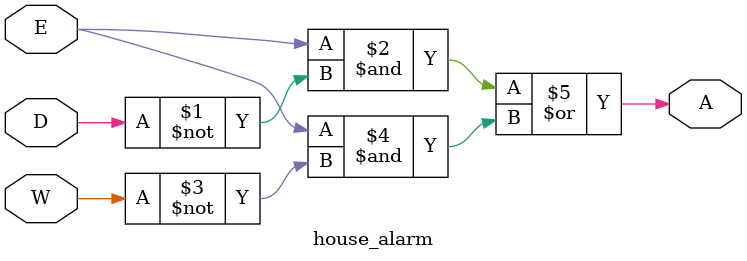
<source format=v>
module house_alarm(A, E, D, W);

input E, D, W; // enable, door, window
output A; // alarm

assign A = (E & ~D) | (E & ~W);

endmodule
</source>
